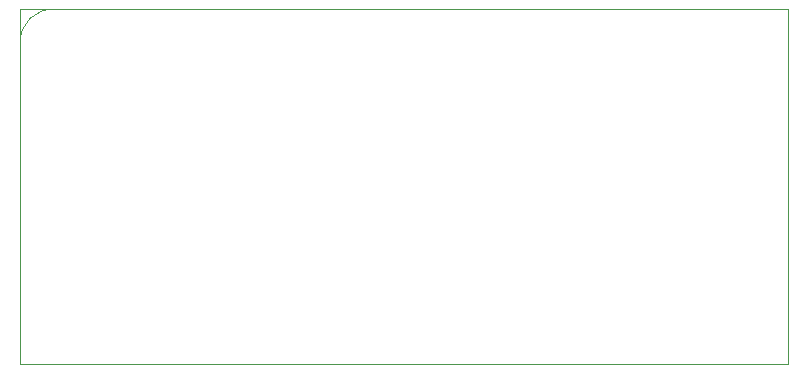
<source format=gm1>
%TF.GenerationSoftware,KiCad,Pcbnew,(6.0.4)*%
%TF.CreationDate,2022-04-01T13:13:12+01:00*%
%TF.ProjectId,Basic_2ch_Hat,42617369-635f-4326-9368-5f4861742e6b,rev?*%
%TF.SameCoordinates,Original*%
%TF.FileFunction,Profile,NP*%
%FSLAX46Y46*%
G04 Gerber Fmt 4.6, Leading zero omitted, Abs format (unit mm)*
G04 Created by KiCad (PCBNEW (6.0.4)) date 2022-04-01 13:13:12*
%MOMM*%
%LPD*%
G01*
G04 APERTURE LIST*
%TA.AperFunction,Profile*%
%ADD10C,0.100000*%
%TD*%
%TA.AperFunction,Profile*%
%ADD11C,0.050000*%
%TD*%
G04 APERTURE END LIST*
D10*
X150595200Y-51460400D02*
X150595200Y-21460400D01*
D11*
X153626341Y-21452382D02*
G75*
G03*
X150612989Y-24398104I-216441J-2792718D01*
G01*
D10*
X215595200Y-51460400D02*
X150595200Y-51460400D01*
X215595200Y-51460400D02*
X150595200Y-51460400D01*
X150595200Y-21460400D02*
X215595200Y-21460400D01*
D11*
X150595200Y-21460400D02*
X215595200Y-21460400D01*
X215595200Y-21460400D02*
X215595200Y-51460400D01*
X215595200Y-51460400D02*
X150595200Y-51460400D01*
X150595200Y-51460400D02*
X150595200Y-21460400D01*
D10*
X215595200Y-21460400D02*
X215595200Y-51460400D01*
X215595200Y-21460400D02*
X215595200Y-51460400D01*
X150595200Y-51460400D02*
X150595200Y-21460400D01*
X150595200Y-21460400D02*
X215595200Y-21460400D01*
M02*

</source>
